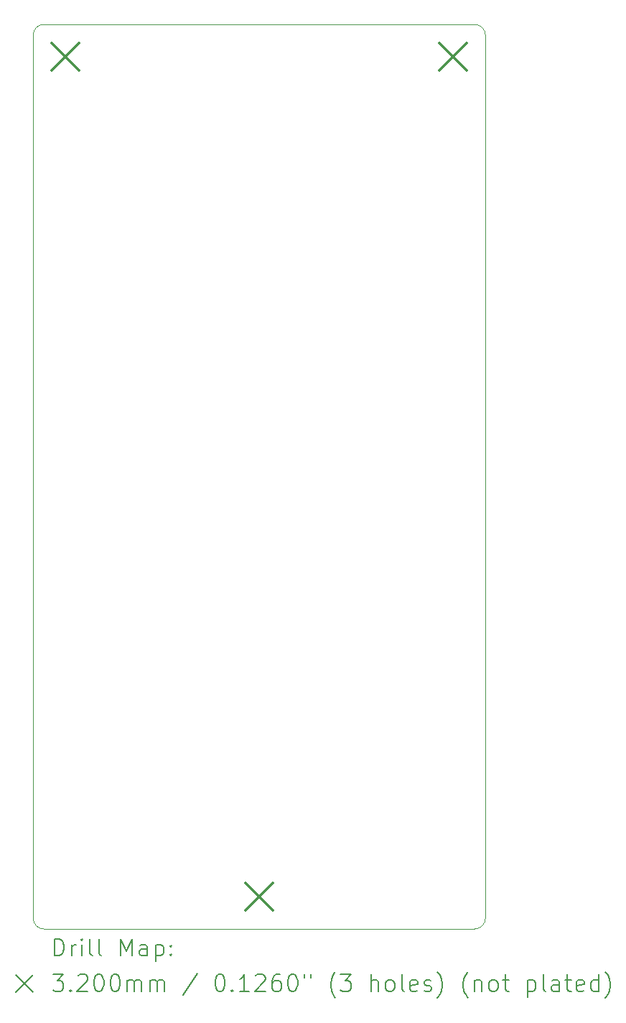
<source format=gbr>
%FSLAX45Y45*%
G04 Gerber Fmt 4.5, Leading zero omitted, Abs format (unit mm)*
G04 Created by KiCad (PCBNEW (6.0.0)) date 2022-08-08 23:08:56*
%MOMM*%
%LPD*%
G01*
G04 APERTURE LIST*
%TA.AperFunction,Profile*%
%ADD10C,0.100000*%
%TD*%
%ADD11C,0.200000*%
%ADD12C,0.320000*%
G04 APERTURE END LIST*
D10*
X127000Y0D02*
G75*
G03*
X0Y-127000I0J-127000D01*
G01*
X0Y-10541000D02*
G75*
G03*
X127000Y-10668000I127000J0D01*
G01*
X0Y-127000D02*
X0Y-10541000D01*
X5207000Y0D02*
X127000Y0D01*
X5334000Y-10541000D02*
X5334000Y-127000D01*
X127000Y-10668000D02*
X5207000Y-10668000D01*
X5207000Y-10668000D02*
G75*
G03*
X5334000Y-10541000I0J127000D01*
G01*
X5334000Y-127000D02*
G75*
G03*
X5207000Y0I-127000J0D01*
G01*
D11*
D12*
X221000Y-221000D02*
X541000Y-541000D01*
X541000Y-221000D02*
X221000Y-541000D01*
X2507000Y-10127000D02*
X2827000Y-10447000D01*
X2827000Y-10127000D02*
X2507000Y-10447000D01*
X4793000Y-221000D02*
X5113000Y-541000D01*
X5113000Y-221000D02*
X4793000Y-541000D01*
D11*
X252619Y-10983476D02*
X252619Y-10783476D01*
X300238Y-10783476D01*
X328810Y-10793000D01*
X347857Y-10812048D01*
X357381Y-10831095D01*
X366905Y-10869190D01*
X366905Y-10897762D01*
X357381Y-10935857D01*
X347857Y-10954905D01*
X328810Y-10973952D01*
X300238Y-10983476D01*
X252619Y-10983476D01*
X452619Y-10983476D02*
X452619Y-10850143D01*
X452619Y-10888238D02*
X462143Y-10869190D01*
X471667Y-10859667D01*
X490714Y-10850143D01*
X509762Y-10850143D01*
X576429Y-10983476D02*
X576429Y-10850143D01*
X576429Y-10783476D02*
X566905Y-10793000D01*
X576429Y-10802524D01*
X585952Y-10793000D01*
X576429Y-10783476D01*
X576429Y-10802524D01*
X700238Y-10983476D02*
X681190Y-10973952D01*
X671667Y-10954905D01*
X671667Y-10783476D01*
X805000Y-10983476D02*
X785952Y-10973952D01*
X776428Y-10954905D01*
X776428Y-10783476D01*
X1033571Y-10983476D02*
X1033571Y-10783476D01*
X1100238Y-10926333D01*
X1166905Y-10783476D01*
X1166905Y-10983476D01*
X1347857Y-10983476D02*
X1347857Y-10878714D01*
X1338333Y-10859667D01*
X1319286Y-10850143D01*
X1281190Y-10850143D01*
X1262143Y-10859667D01*
X1347857Y-10973952D02*
X1328810Y-10983476D01*
X1281190Y-10983476D01*
X1262143Y-10973952D01*
X1252619Y-10954905D01*
X1252619Y-10935857D01*
X1262143Y-10916810D01*
X1281190Y-10907286D01*
X1328810Y-10907286D01*
X1347857Y-10897762D01*
X1443095Y-10850143D02*
X1443095Y-11050143D01*
X1443095Y-10859667D02*
X1462143Y-10850143D01*
X1500238Y-10850143D01*
X1519286Y-10859667D01*
X1528809Y-10869190D01*
X1538333Y-10888238D01*
X1538333Y-10945381D01*
X1528809Y-10964429D01*
X1519286Y-10973952D01*
X1500238Y-10983476D01*
X1462143Y-10983476D01*
X1443095Y-10973952D01*
X1624048Y-10964429D02*
X1633571Y-10973952D01*
X1624048Y-10983476D01*
X1614524Y-10973952D01*
X1624048Y-10964429D01*
X1624048Y-10983476D01*
X1624048Y-10859667D02*
X1633571Y-10869190D01*
X1624048Y-10878714D01*
X1614524Y-10869190D01*
X1624048Y-10859667D01*
X1624048Y-10878714D01*
X-205000Y-11213000D02*
X-5000Y-11413000D01*
X-5000Y-11213000D02*
X-205000Y-11413000D01*
X233571Y-11203476D02*
X357381Y-11203476D01*
X290714Y-11279667D01*
X319286Y-11279667D01*
X338333Y-11289190D01*
X347857Y-11298714D01*
X357381Y-11317762D01*
X357381Y-11365381D01*
X347857Y-11384428D01*
X338333Y-11393952D01*
X319286Y-11403476D01*
X262143Y-11403476D01*
X243095Y-11393952D01*
X233571Y-11384428D01*
X443095Y-11384428D02*
X452619Y-11393952D01*
X443095Y-11403476D01*
X433571Y-11393952D01*
X443095Y-11384428D01*
X443095Y-11403476D01*
X528810Y-11222524D02*
X538333Y-11213000D01*
X557381Y-11203476D01*
X605000Y-11203476D01*
X624048Y-11213000D01*
X633571Y-11222524D01*
X643095Y-11241571D01*
X643095Y-11260619D01*
X633571Y-11289190D01*
X519286Y-11403476D01*
X643095Y-11403476D01*
X766905Y-11203476D02*
X785952Y-11203476D01*
X805000Y-11213000D01*
X814524Y-11222524D01*
X824048Y-11241571D01*
X833571Y-11279667D01*
X833571Y-11327286D01*
X824048Y-11365381D01*
X814524Y-11384428D01*
X805000Y-11393952D01*
X785952Y-11403476D01*
X766905Y-11403476D01*
X747857Y-11393952D01*
X738333Y-11384428D01*
X728809Y-11365381D01*
X719286Y-11327286D01*
X719286Y-11279667D01*
X728809Y-11241571D01*
X738333Y-11222524D01*
X747857Y-11213000D01*
X766905Y-11203476D01*
X957381Y-11203476D02*
X976428Y-11203476D01*
X995476Y-11213000D01*
X1005000Y-11222524D01*
X1014524Y-11241571D01*
X1024048Y-11279667D01*
X1024048Y-11327286D01*
X1014524Y-11365381D01*
X1005000Y-11384428D01*
X995476Y-11393952D01*
X976428Y-11403476D01*
X957381Y-11403476D01*
X938333Y-11393952D01*
X928809Y-11384428D01*
X919286Y-11365381D01*
X909762Y-11327286D01*
X909762Y-11279667D01*
X919286Y-11241571D01*
X928809Y-11222524D01*
X938333Y-11213000D01*
X957381Y-11203476D01*
X1109762Y-11403476D02*
X1109762Y-11270143D01*
X1109762Y-11289190D02*
X1119286Y-11279667D01*
X1138333Y-11270143D01*
X1166905Y-11270143D01*
X1185952Y-11279667D01*
X1195476Y-11298714D01*
X1195476Y-11403476D01*
X1195476Y-11298714D02*
X1205000Y-11279667D01*
X1224048Y-11270143D01*
X1252619Y-11270143D01*
X1271667Y-11279667D01*
X1281190Y-11298714D01*
X1281190Y-11403476D01*
X1376429Y-11403476D02*
X1376429Y-11270143D01*
X1376429Y-11289190D02*
X1385952Y-11279667D01*
X1405000Y-11270143D01*
X1433571Y-11270143D01*
X1452619Y-11279667D01*
X1462143Y-11298714D01*
X1462143Y-11403476D01*
X1462143Y-11298714D02*
X1471667Y-11279667D01*
X1490714Y-11270143D01*
X1519286Y-11270143D01*
X1538333Y-11279667D01*
X1547857Y-11298714D01*
X1547857Y-11403476D01*
X1938333Y-11193952D02*
X1766905Y-11451095D01*
X2195476Y-11203476D02*
X2214524Y-11203476D01*
X2233571Y-11213000D01*
X2243095Y-11222524D01*
X2252619Y-11241571D01*
X2262143Y-11279667D01*
X2262143Y-11327286D01*
X2252619Y-11365381D01*
X2243095Y-11384428D01*
X2233571Y-11393952D01*
X2214524Y-11403476D01*
X2195476Y-11403476D01*
X2176429Y-11393952D01*
X2166905Y-11384428D01*
X2157381Y-11365381D01*
X2147857Y-11327286D01*
X2147857Y-11279667D01*
X2157381Y-11241571D01*
X2166905Y-11222524D01*
X2176429Y-11213000D01*
X2195476Y-11203476D01*
X2347857Y-11384428D02*
X2357381Y-11393952D01*
X2347857Y-11403476D01*
X2338333Y-11393952D01*
X2347857Y-11384428D01*
X2347857Y-11403476D01*
X2547857Y-11403476D02*
X2433571Y-11403476D01*
X2490714Y-11403476D02*
X2490714Y-11203476D01*
X2471667Y-11232048D01*
X2452619Y-11251095D01*
X2433571Y-11260619D01*
X2624048Y-11222524D02*
X2633571Y-11213000D01*
X2652619Y-11203476D01*
X2700238Y-11203476D01*
X2719286Y-11213000D01*
X2728810Y-11222524D01*
X2738333Y-11241571D01*
X2738333Y-11260619D01*
X2728810Y-11289190D01*
X2614524Y-11403476D01*
X2738333Y-11403476D01*
X2909762Y-11203476D02*
X2871667Y-11203476D01*
X2852619Y-11213000D01*
X2843095Y-11222524D01*
X2824048Y-11251095D01*
X2814524Y-11289190D01*
X2814524Y-11365381D01*
X2824048Y-11384428D01*
X2833571Y-11393952D01*
X2852619Y-11403476D01*
X2890714Y-11403476D01*
X2909762Y-11393952D01*
X2919286Y-11384428D01*
X2928809Y-11365381D01*
X2928809Y-11317762D01*
X2919286Y-11298714D01*
X2909762Y-11289190D01*
X2890714Y-11279667D01*
X2852619Y-11279667D01*
X2833571Y-11289190D01*
X2824048Y-11298714D01*
X2814524Y-11317762D01*
X3052619Y-11203476D02*
X3071667Y-11203476D01*
X3090714Y-11213000D01*
X3100238Y-11222524D01*
X3109762Y-11241571D01*
X3119286Y-11279667D01*
X3119286Y-11327286D01*
X3109762Y-11365381D01*
X3100238Y-11384428D01*
X3090714Y-11393952D01*
X3071667Y-11403476D01*
X3052619Y-11403476D01*
X3033571Y-11393952D01*
X3024048Y-11384428D01*
X3014524Y-11365381D01*
X3005000Y-11327286D01*
X3005000Y-11279667D01*
X3014524Y-11241571D01*
X3024048Y-11222524D01*
X3033571Y-11213000D01*
X3052619Y-11203476D01*
X3195476Y-11203476D02*
X3195476Y-11241571D01*
X3271667Y-11203476D02*
X3271667Y-11241571D01*
X3566905Y-11479667D02*
X3557381Y-11470143D01*
X3538333Y-11441571D01*
X3528809Y-11422524D01*
X3519286Y-11393952D01*
X3509762Y-11346333D01*
X3509762Y-11308238D01*
X3519286Y-11260619D01*
X3528809Y-11232048D01*
X3538333Y-11213000D01*
X3557381Y-11184429D01*
X3566905Y-11174905D01*
X3624048Y-11203476D02*
X3747857Y-11203476D01*
X3681190Y-11279667D01*
X3709762Y-11279667D01*
X3728809Y-11289190D01*
X3738333Y-11298714D01*
X3747857Y-11317762D01*
X3747857Y-11365381D01*
X3738333Y-11384428D01*
X3728809Y-11393952D01*
X3709762Y-11403476D01*
X3652619Y-11403476D01*
X3633571Y-11393952D01*
X3624048Y-11384428D01*
X3985952Y-11403476D02*
X3985952Y-11203476D01*
X4071667Y-11403476D02*
X4071667Y-11298714D01*
X4062143Y-11279667D01*
X4043095Y-11270143D01*
X4014524Y-11270143D01*
X3995476Y-11279667D01*
X3985952Y-11289190D01*
X4195476Y-11403476D02*
X4176428Y-11393952D01*
X4166905Y-11384428D01*
X4157381Y-11365381D01*
X4157381Y-11308238D01*
X4166905Y-11289190D01*
X4176428Y-11279667D01*
X4195476Y-11270143D01*
X4224048Y-11270143D01*
X4243095Y-11279667D01*
X4252619Y-11289190D01*
X4262143Y-11308238D01*
X4262143Y-11365381D01*
X4252619Y-11384428D01*
X4243095Y-11393952D01*
X4224048Y-11403476D01*
X4195476Y-11403476D01*
X4376429Y-11403476D02*
X4357381Y-11393952D01*
X4347857Y-11374905D01*
X4347857Y-11203476D01*
X4528810Y-11393952D02*
X4509762Y-11403476D01*
X4471667Y-11403476D01*
X4452619Y-11393952D01*
X4443095Y-11374905D01*
X4443095Y-11298714D01*
X4452619Y-11279667D01*
X4471667Y-11270143D01*
X4509762Y-11270143D01*
X4528810Y-11279667D01*
X4538333Y-11298714D01*
X4538333Y-11317762D01*
X4443095Y-11336809D01*
X4614524Y-11393952D02*
X4633571Y-11403476D01*
X4671667Y-11403476D01*
X4690714Y-11393952D01*
X4700238Y-11374905D01*
X4700238Y-11365381D01*
X4690714Y-11346333D01*
X4671667Y-11336809D01*
X4643095Y-11336809D01*
X4624048Y-11327286D01*
X4614524Y-11308238D01*
X4614524Y-11298714D01*
X4624048Y-11279667D01*
X4643095Y-11270143D01*
X4671667Y-11270143D01*
X4690714Y-11279667D01*
X4766905Y-11479667D02*
X4776429Y-11470143D01*
X4795476Y-11441571D01*
X4805000Y-11422524D01*
X4814524Y-11393952D01*
X4824048Y-11346333D01*
X4824048Y-11308238D01*
X4814524Y-11260619D01*
X4805000Y-11232048D01*
X4795476Y-11213000D01*
X4776429Y-11184429D01*
X4766905Y-11174905D01*
X5128810Y-11479667D02*
X5119286Y-11470143D01*
X5100238Y-11441571D01*
X5090714Y-11422524D01*
X5081190Y-11393952D01*
X5071667Y-11346333D01*
X5071667Y-11308238D01*
X5081190Y-11260619D01*
X5090714Y-11232048D01*
X5100238Y-11213000D01*
X5119286Y-11184429D01*
X5128810Y-11174905D01*
X5205000Y-11270143D02*
X5205000Y-11403476D01*
X5205000Y-11289190D02*
X5214524Y-11279667D01*
X5233571Y-11270143D01*
X5262143Y-11270143D01*
X5281190Y-11279667D01*
X5290714Y-11298714D01*
X5290714Y-11403476D01*
X5414524Y-11403476D02*
X5395476Y-11393952D01*
X5385952Y-11384428D01*
X5376429Y-11365381D01*
X5376429Y-11308238D01*
X5385952Y-11289190D01*
X5395476Y-11279667D01*
X5414524Y-11270143D01*
X5443095Y-11270143D01*
X5462143Y-11279667D01*
X5471667Y-11289190D01*
X5481190Y-11308238D01*
X5481190Y-11365381D01*
X5471667Y-11384428D01*
X5462143Y-11393952D01*
X5443095Y-11403476D01*
X5414524Y-11403476D01*
X5538333Y-11270143D02*
X5614524Y-11270143D01*
X5566905Y-11203476D02*
X5566905Y-11374905D01*
X5576429Y-11393952D01*
X5595476Y-11403476D01*
X5614524Y-11403476D01*
X5833571Y-11270143D02*
X5833571Y-11470143D01*
X5833571Y-11279667D02*
X5852619Y-11270143D01*
X5890714Y-11270143D01*
X5909762Y-11279667D01*
X5919286Y-11289190D01*
X5928809Y-11308238D01*
X5928809Y-11365381D01*
X5919286Y-11384428D01*
X5909762Y-11393952D01*
X5890714Y-11403476D01*
X5852619Y-11403476D01*
X5833571Y-11393952D01*
X6043095Y-11403476D02*
X6024048Y-11393952D01*
X6014524Y-11374905D01*
X6014524Y-11203476D01*
X6205000Y-11403476D02*
X6205000Y-11298714D01*
X6195476Y-11279667D01*
X6176428Y-11270143D01*
X6138333Y-11270143D01*
X6119286Y-11279667D01*
X6205000Y-11393952D02*
X6185952Y-11403476D01*
X6138333Y-11403476D01*
X6119286Y-11393952D01*
X6109762Y-11374905D01*
X6109762Y-11355857D01*
X6119286Y-11336809D01*
X6138333Y-11327286D01*
X6185952Y-11327286D01*
X6205000Y-11317762D01*
X6271667Y-11270143D02*
X6347857Y-11270143D01*
X6300238Y-11203476D02*
X6300238Y-11374905D01*
X6309762Y-11393952D01*
X6328809Y-11403476D01*
X6347857Y-11403476D01*
X6490714Y-11393952D02*
X6471667Y-11403476D01*
X6433571Y-11403476D01*
X6414524Y-11393952D01*
X6405000Y-11374905D01*
X6405000Y-11298714D01*
X6414524Y-11279667D01*
X6433571Y-11270143D01*
X6471667Y-11270143D01*
X6490714Y-11279667D01*
X6500238Y-11298714D01*
X6500238Y-11317762D01*
X6405000Y-11336809D01*
X6671667Y-11403476D02*
X6671667Y-11203476D01*
X6671667Y-11393952D02*
X6652619Y-11403476D01*
X6614524Y-11403476D01*
X6595476Y-11393952D01*
X6585952Y-11384428D01*
X6576428Y-11365381D01*
X6576428Y-11308238D01*
X6585952Y-11289190D01*
X6595476Y-11279667D01*
X6614524Y-11270143D01*
X6652619Y-11270143D01*
X6671667Y-11279667D01*
X6747857Y-11479667D02*
X6757381Y-11470143D01*
X6776428Y-11441571D01*
X6785952Y-11422524D01*
X6795476Y-11393952D01*
X6805000Y-11346333D01*
X6805000Y-11308238D01*
X6795476Y-11260619D01*
X6785952Y-11232048D01*
X6776428Y-11213000D01*
X6757381Y-11184429D01*
X6747857Y-11174905D01*
M02*

</source>
